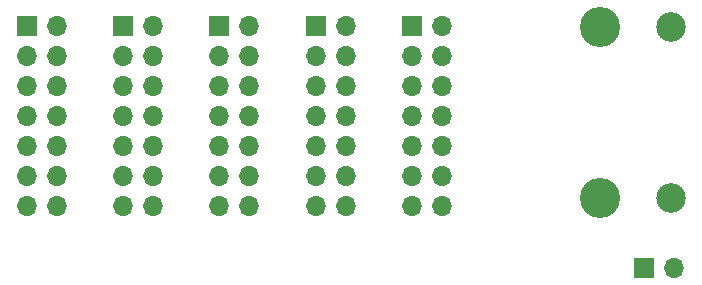
<source format=gts>
G04 #@! TF.GenerationSoftware,KiCad,Pcbnew,(6.0.0)*
G04 #@! TF.CreationDate,2022-01-24T22:50:09+01:00*
G04 #@! TF.ProjectId,PUTM_EV_Front_Box_2022,5055544d-5f45-4565-9f46-726f6e745f42,rev?*
G04 #@! TF.SameCoordinates,Original*
G04 #@! TF.FileFunction,Soldermask,Top*
G04 #@! TF.FilePolarity,Negative*
%FSLAX46Y46*%
G04 Gerber Fmt 4.6, Leading zero omitted, Abs format (unit mm)*
G04 Created by KiCad (PCBNEW (6.0.0)) date 2022-01-24 22:50:09*
%MOMM*%
%LPD*%
G01*
G04 APERTURE LIST*
%ADD10R,1.700000X1.700000*%
%ADD11O,1.700000X1.700000*%
%ADD12C,3.400000*%
%ADD13C,2.500000*%
G04 APERTURE END LIST*
D10*
X84725000Y-145000000D03*
D11*
X87265000Y-145000000D03*
X84725000Y-147540000D03*
X87265000Y-147540000D03*
X84725000Y-150080000D03*
X87265000Y-150080000D03*
X84725000Y-152620000D03*
X87265000Y-152620000D03*
X84725000Y-155160000D03*
X87265000Y-155160000D03*
X84725000Y-157700000D03*
X87265000Y-157700000D03*
X84725000Y-160240000D03*
X87265000Y-160240000D03*
D10*
X104350000Y-165500000D03*
D11*
X106890000Y-165500000D03*
D10*
X68375000Y-145000000D03*
D11*
X70915000Y-145000000D03*
X68375000Y-147540000D03*
X70915000Y-147540000D03*
X68375000Y-150080000D03*
X70915000Y-150080000D03*
X68375000Y-152620000D03*
X70915000Y-152620000D03*
X68375000Y-155160000D03*
X70915000Y-155160000D03*
X68375000Y-157700000D03*
X70915000Y-157700000D03*
X68375000Y-160240000D03*
X70915000Y-160240000D03*
D10*
X52075000Y-145000000D03*
D11*
X54615000Y-145000000D03*
X52075000Y-147540000D03*
X54615000Y-147540000D03*
X52075000Y-150080000D03*
X54615000Y-150080000D03*
X52075000Y-152620000D03*
X54615000Y-152620000D03*
X52075000Y-155160000D03*
X54615000Y-155160000D03*
X52075000Y-157700000D03*
X54615000Y-157700000D03*
X52075000Y-160240000D03*
X54615000Y-160240000D03*
D10*
X76525000Y-145000000D03*
D11*
X79065000Y-145000000D03*
X76525000Y-147540000D03*
X79065000Y-147540000D03*
X76525000Y-150080000D03*
X79065000Y-150080000D03*
X76525000Y-152620000D03*
X79065000Y-152620000D03*
X76525000Y-155160000D03*
X79065000Y-155160000D03*
X76525000Y-157700000D03*
X79065000Y-157700000D03*
X76525000Y-160240000D03*
X79065000Y-160240000D03*
D10*
X60225000Y-145000000D03*
D11*
X62765000Y-145000000D03*
X60225000Y-147540000D03*
X62765000Y-147540000D03*
X60225000Y-150080000D03*
X62765000Y-150080000D03*
X60225000Y-152620000D03*
X62765000Y-152620000D03*
X60225000Y-155160000D03*
X62765000Y-155160000D03*
X60225000Y-157700000D03*
X62765000Y-157700000D03*
X60225000Y-160240000D03*
X62765000Y-160240000D03*
D12*
X100600000Y-145050000D03*
X100600000Y-159550000D03*
D13*
X106600000Y-145050000D03*
X106600000Y-159550000D03*
M02*

</source>
